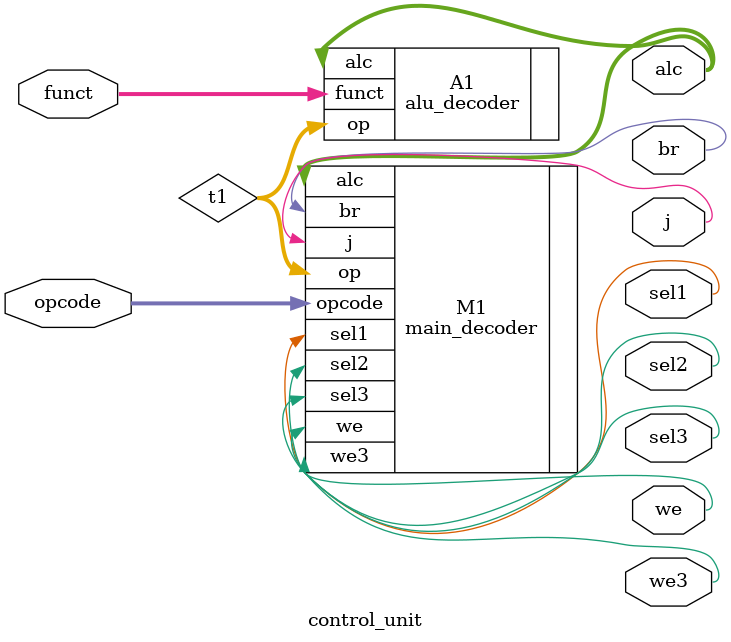
<source format=v>
`timescale 1ns / 1ps
module control_unit(opcode,funct,we,we3,sel1,sel2,sel3,j,br,alc);
input [5:0]opcode,funct;
output we,we3,sel1,sel2,sel3,j,br;
output [2:0]alc;
wire [2:0]t1;

main_decoder M1 (.opcode(opcode),.sel1(sel1),.sel2(sel2),.sel3(sel3),.we(we),.we3(we3),.br(br),.j(j),.alc(alc),.op(t1));
alu_decoder A1 (.funct(funct),.op(t1),.alc(alc));
endmodule

</source>
